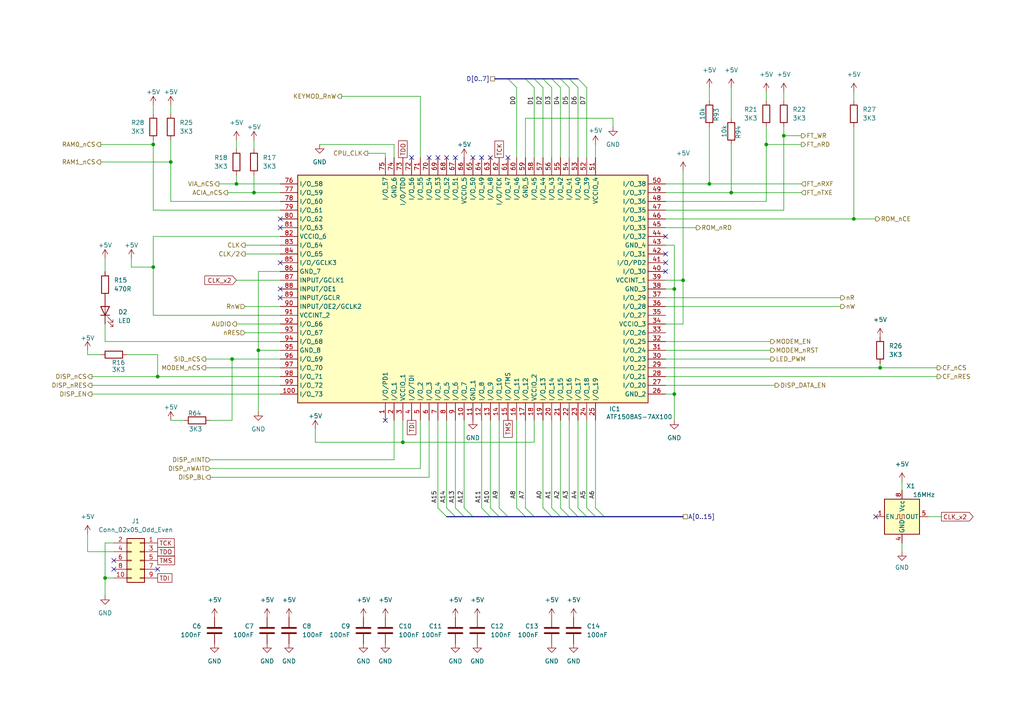
<source format=kicad_sch>
(kicad_sch (version 20250114) (generator "eeschema") (generator_version "9.0")
  (paper "A4")
  (lib_symbols
    (symbol "ATF1508ASL-25AU100:ATF1508ASL-25AU100"
      (property "Reference" "IC" (at 72.39 30.48 0))
      (property "Value" "ATF1508ASL-25AU100" (at 72.39 27.94 0))
      (symbol "ATF1508ASL-25AU100_1_1"
        (rectangle (start 5.08 25.4) (end 71.12 -76.2) (stroke (width 0.254)) (fill (type background)))
        (pin passive line (at 0 0 0) (length 5.08) (name "I/O/PD1") (number "1"))
        (pin passive line (at 0 -2.54 0) (length 5.08) (name "I/O_1") (number "2"))
        (pin passive line (at 0 -5.08 0) (length 5.08) (name "VCCIO_1") (number "3"))
        (pin passive line (at 0 -7.62 0) (length 5.08) (name "I/O/TDI") (number "4"))
        (pin passive line (at 0 -10.16 0) (length 5.08) (name "I/O_2") (number "5"))
        (pin passive line (at 0 -12.7 0) (length 5.08) (name "I/O_3") (number "6"))
        (pin passive line (at 0 -15.24 0) (length 5.08) (name "I/O_4") (number "7"))
        (pin passive line (at 0 -17.78 0) (length 5.08) (name "I/O_5") (number "8"))
        (pin passive line (at 0 -20.32 0) (length 5.08) (name "I/O_6") (number "9"))
        (pin passive line (at 0 -22.86 0) (length 5.08) (name "I/O_7") (number "10"))
        (pin passive line (at 0 -25.4 0) (length 5.08) (name "GND_1") (number "11"))
        (pin passive line (at 0 -27.94 0) (length 5.08) (name "I/O_8") (number "12"))
        (pin passive line (at 0 -30.48 0) (length 5.08) (name "I/O_9") (number "13"))
        (pin passive line (at 0 -33.02 0) (length 5.08) (name "I/O_10") (number "14"))
        (pin passive line (at 0 -35.56 0) (length 5.08) (name "I/O/TMS") (number "15"))
        (pin passive line (at 0 -38.1 0) (length 5.08) (name "I/O_11") (number "16"))
        (pin passive line (at 0 -40.64 0) (length 5.08) (name "I/O_12") (number "17"))
        (pin passive line (at 0 -43.18 0) (length 5.08) (name "VCCIO_2") (number "18"))
        (pin passive line (at 0 -45.72 0) (length 5.08) (name "I/O_13") (number "19"))
        (pin passive line (at 0 -48.26 0) (length 5.08) (name "I/O_14") (number "20"))
        (pin passive line (at 0 -50.8 0) (length 5.08) (name "I/O_15") (number "21"))
        (pin passive line (at 0 -53.34 0) (length 5.08) (name "I/O_16") (number "22"))
        (pin passive line (at 0 -55.88 0) (length 5.08) (name "I/O_17") (number "23"))
        (pin passive line (at 0 -58.42 0) (length 5.08) (name "I/O_18") (number "24"))
        (pin passive line (at 0 -60.96 0) (length 5.08) (name "I/O_19") (number "25"))
        (pin passive line (at 7.62 30.48 270) (length 5.08) (name "I/O_73") (number "100"))
        (pin passive line (at 7.62 -81.28 90) (length 5.08) (name "GND_2") (number "26"))
        (pin passive line (at 10.16 30.48 270) (length 5.08) (name "I/O_72") (number "99"))
        (pin passive line (at 10.16 -81.28 90) (length 5.08) (name "I/O_20") (number "27"))
        (pin passive line (at 12.7 30.48 270) (length 5.08) (name "I/O_71") (number "98"))
        (pin passive line (at 12.7 -81.28 90) (length 5.08) (name "I/O_21") (number "28"))
        (pin passive line (at 15.24 30.48 270) (length 5.08) (name "I/O_70") (number "97"))
        (pin passive line (at 15.24 -81.28 90) (length 5.08) (name "I/O_22") (number "29"))
        (pin passive line (at 17.78 30.48 270) (length 5.08) (name "I/O_69") (number "96"))
        (pin passive line (at 17.78 -81.28 90) (length 5.08) (name "I/O_23") (number "30"))
        (pin passive line (at 20.32 30.48 270) (length 5.08) (name "GND_8") (number "95"))
        (pin passive line (at 20.32 -81.28 90) (length 5.08) (name "I/O_24") (number "31"))
        (pin passive line (at 22.86 30.48 270) (length 5.08) (name "I/O_68") (number "94"))
        (pin passive line (at 22.86 -81.28 90) (length 5.08) (name "I/O_25") (number "32"))
        (pin passive line (at 25.4 30.48 270) (length 5.08) (name "I/O_67") (number "93"))
        (pin passive line (at 25.4 -81.28 90) (length 5.08) (name "I/O_26") (number "33"))
        (pin passive line (at 27.94 30.48 270) (length 5.08) (name "I/O_66") (number "92"))
        (pin passive line (at 27.94 -81.28 90) (length 5.08) (name "VCCIO_3") (number "34"))
        (pin passive line (at 30.48 30.48 270) (length 5.08) (name "VCCINT_2") (number "91"))
        (pin passive line (at 30.48 -81.28 90) (length 5.08) (name "I/O_27") (number "35"))
        (pin passive line (at 33.02 30.48 270) (length 5.08) (name "INPUT/OE2/GCLK2") (number "90"))
        (pin passive line (at 33.02 -81.28 90) (length 5.08) (name "I/O_28") (number "36"))
        (pin passive line (at 35.56 30.48 270) (length 5.08) (name "INPUT/GCLR") (number "89"))
        (pin passive line (at 35.56 -81.28 90) (length 5.08) (name "I/O_29") (number "37"))
        (pin passive line (at 38.1 30.48 270) (length 5.08) (name "INPUT/OE1") (number "88"))
        (pin passive line (at 38.1 -81.28 90) (length 5.08) (name "GND_3") (number "38"))
        (pin passive line (at 40.64 30.48 270) (length 5.08) (name "INPUT/GCLK1") (number "87"))
        (pin passive line (at 40.64 -81.28 90) (length 5.08) (name "VCCINT_1") (number "39"))
        (pin passive line (at 43.18 30.48 270) (length 5.08) (name "GND_7") (number "86"))
        (pin passive line (at 43.18 -81.28 90) (length 5.08) (name "I/O_30") (number "40"))
        (pin passive line (at 45.72 30.48 270) (length 5.08) (name "I/O/GCLK3") (number "85"))
        (pin passive line (at 45.72 -81.28 90) (length 5.08) (name "I/O/PD2") (number "41"))
        (pin passive line (at 48.26 30.48 270) (length 5.08) (name "I/O_65") (number "84"))
        (pin passive line (at 48.26 -81.28 90) (length 5.08) (name "I/O_31") (number "42"))
        (pin passive line (at 50.8 30.48 270) (length 5.08) (name "I/O_64") (number "83"))
        (pin passive line (at 50.8 -81.28 90) (length 5.08) (name "GND_4") (number "43"))
        (pin passive line (at 53.34 30.48 270) (length 5.08) (name "VCCIO_6") (number "82"))
        (pin passive line (at 53.34 -81.28 90) (length 5.08) (name "I/O_32") (number "44"))
        (pin passive line (at 55.88 30.48 270) (length 5.08) (name "I/O_63") (number "81"))
        (pin passive line (at 55.88 -81.28 90) (length 5.08) (name "I/O_33") (number "45"))
        (pin passive line (at 58.42 30.48 270) (length 5.08) (name "I/O_62") (number "80"))
        (pin passive line (at 58.42 -81.28 90) (length 5.08) (name "I/O_34") (number "46"))
        (pin passive line (at 60.96 30.48 270) (length 5.08) (name "I/O_61") (number "79"))
        (pin passive line (at 60.96 -81.28 90) (length 5.08) (name "I/O_35") (number "47"))
        (pin passive line (at 63.5 30.48 270) (length 5.08) (name "I/O_60") (number "78"))
        (pin passive line (at 63.5 -81.28 90) (length 5.08) (name "I/O_36") (number "48"))
        (pin passive line (at 66.04 30.48 270) (length 5.08) (name "I/O_59") (number "77"))
        (pin passive line (at 66.04 -81.28 90) (length 5.08) (name "I/O_37") (number "49"))
        (pin passive line (at 68.58 30.48 270) (length 5.08) (name "I/O_58") (number "76"))
        (pin passive line (at 68.58 -81.28 90) (length 5.08) (name "I/O_38") (number "50"))
        (pin passive line (at 76.2 0 180) (length 5.08) (name "I/O_57") (number "75"))
        (pin passive line (at 76.2 -2.54 180) (length 5.08) (name "GND_6") (number "74"))
        (pin passive line (at 76.2 -5.08 180) (length 5.08) (name "I/O/TDO") (number "73"))
        (pin passive line (at 76.2 -7.62 180) (length 5.08) (name "I/O_56") (number "72"))
        (pin passive line (at 76.2 -10.16 180) (length 5.08) (name "I/O_55") (number "71"))
        (pin passive line (at 76.2 -12.7 180) (length 5.08) (name "I/O_54") (number "70"))
        (pin passive line (at 76.2 -15.24 180) (length 5.08) (name "I/O_53") (number "69"))
        (pin passive line (at 76.2 -17.78 180) (length 5.08) (name "I/O_52") (number "68"))
        (pin passive line (at 76.2 -20.32 180) (length 5.08) (name "I/O_51") (number "67"))
        (pin passive line (at 76.2 -22.86 180) (length 5.08) (name "VCCIO_5") (number "66"))
        (pin passive line (at 76.2 -25.4 180) (length 5.08) (name "I/O_50") (number "65"))
        (pin passive line (at 76.2 -27.94 180) (length 5.08) (name "I/O_49") (number "64"))
        (pin passive line (at 76.2 -30.48 180) (length 5.08) (name "I/O_48") (number "63"))
        (pin passive line (at 76.2 -33.02 180) (length 5.08) (name "I/O/TCK") (number "62"))
        (pin passive line (at 76.2 -35.56 180) (length 5.08) (name "I/O_47") (number "61"))
        (pin passive line (at 76.2 -38.1 180) (length 5.08) (name "I/O_46") (number "60"))
        (pin passive line (at 76.2 -40.64 180) (length 5.08) (name "GND_5") (number "59"))
        (pin passive line (at 76.2 -43.18 180) (length 5.08) (name "I/O_45") (number "58"))
        (pin passive line (at 76.2 -45.72 180) (length 5.08) (name "I/O_44") (number "57"))
        (pin passive line (at 76.2 -48.26 180) (length 5.08) (name "I/O_43") (number "56"))
        (pin passive line (at 76.2 -50.8 180) (length 5.08) (name "I/O_42") (number "55"))
        (pin passive line (at 76.2 -53.34 180) (length 5.08) (name "I/O_41") (number "54"))
        (pin passive line (at 76.2 -55.88 180) (length 5.08) (name "I/O_40") (number "53"))
        (pin passive line (at 76.2 -58.42 180) (length 5.08) (name "I/O_39") (number "52"))
        (pin passive line (at 76.2 -60.96 180) (length 5.08) (name "VCCIO_4") (number "51"))
      )
    )
    (symbol "Connector_Generic:Conn_02x05_Odd_Even" (pin_names (offset 1.016) (hide yes))
      (property "Reference" "J" (at 1.27 7.62 0))
      (property "Value" "Conn_02x05_Odd_Even" (at 1.27 -7.62 0))
      (symbol "Conn_02x05_Odd_Even_1_1"
        (rectangle (start -1.27 6.35) (end 3.81 -6.35) (stroke (width 0.254)) (fill (type background)))
        (rectangle (start -1.27 5.207) (end 0 4.953) (stroke (width 0.1524)))
        (rectangle (start -1.27 2.667) (end 0 2.413) (stroke (width 0.1524)))
        (rectangle (start -1.27 0.127) (end 0 -0.127) (stroke (width 0.1524)))
        (rectangle (start -1.27 -2.413) (end 0 -2.667) (stroke (width 0.1524)))
        (rectangle (start -1.27 -4.953) (end 0 -5.207) (stroke (width 0.1524)))
        (rectangle (start 3.81 5.207) (end 2.54 4.953) (stroke (width 0.1524)))
        (rectangle (start 3.81 2.667) (end 2.54 2.413) (stroke (width 0.1524)))
        (rectangle (start 3.81 0.127) (end 2.54 -0.127) (stroke (width 0.1524)))
        (rectangle (start 3.81 -2.413) (end 2.54 -2.667) (stroke (width 0.1524)))
        (rectangle (start 3.81 -4.953) (end 2.54 -5.207) (stroke (width 0.1524)))
        (pin passive line (at -5.08 5.08 0) (length 3.81) (name "Pin_1") (number "1"))
        (pin passive line (at -5.08 2.54 0) (length 3.81) (name "Pin_3") (number "3"))
        (pin passive line (at -5.08 0 0) (length 3.81) (name "Pin_5") (number "5"))
        (pin passive line (at -5.08 -2.54 0) (length 3.81) (name "Pin_7") (number "7"))
        (pin passive line (at -5.08 -5.08 0) (length 3.81) (name "Pin_9") (number "9"))
        (pin passive line (at 7.62 5.08 180) (length 3.81) (name "Pin_2") (number "2"))
        (pin passive line (at 7.62 2.54 180) (length 3.81) (name "Pin_4") (number "4"))
        (pin passive line (at 7.62 0 180) (length 3.81) (name "Pin_6") (number "6"))
        (pin passive line (at 7.62 -2.54 180) (length 3.81) (name "Pin_8") (number "8"))
        (pin passive line (at 7.62 -5.08 180) (length 3.81) (name "Pin_10") (number "10"))
      )
    )
    (symbol "Device:C" (pin_numbers (hide yes)) (pin_names (offset 0.254))
      (property "Reference" "C" (at 0.635 2.54 0))
      (property "Value" "C" (at 0.635 -2.54 0))
      (symbol "C_0_1"
        (polyline (pts (xy -2.032 0.762) (xy 2.032 0.762)) (stroke (width 0.508)))
        (polyline (pts (xy -2.032 -0.762) (xy 2.032 -0.762)) (stroke (width 0.508)))
      )
      (symbol "C_1_1"
        (pin passive line (at 0 3.81 270) (length 2.794) (name "~") (number "1"))
        (pin passive line (at 0 -3.81 90) (length 2.794) (name "~") (number "2"))
      )
    )
    (symbol "Device:LED" (pin_numbers (hide yes)) (pin_names (offset 1.016) (hide yes))
      (property "Reference" "D" (at 0 2.54 0))
      (property "Value" "LED" (at 0 -2.54 0))
      (symbol "LED_0_1"
        (polyline (pts (xy -3.048 -0.762) (xy -4.572 -2.286) (xy -3.81 -2.286) (xy -4.572 -2.286) (xy -4.572 -1.524)))
        (polyline (pts (xy -1.778 -0.762) (xy -3.302 -2.286) (xy -2.54 -2.286) (xy -3.302 -2.286) (xy -3.302 -1.524)))
        (polyline (pts (xy -1.27 0) (xy 1.27 0)))
        (polyline (pts (xy -1.27 -1.27) (xy -1.27 1.27)) (stroke (width 0.254)))
        (polyline (pts (xy 1.27 -1.27) (xy 1.27 1.27) (xy -1.27 0) (xy 1.27 -1.27)) (stroke (width 0.254)))
      )
      (symbol "LED_1_1"
        (pin passive line (at -3.81 0 0) (length 2.54) (name "K") (number "1"))
        (pin passive line (at 3.81 0 180) (length 2.54) (name "A") (number "2"))
      )
    )
    (symbol "Device:R" (pin_numbers (hide yes)) (pin_names (offset 0))
      (property "Reference" "R" (at 2.032 0 90))
      (property "Value" "R" (at 0 0 90))
      (symbol "R_0_1"
        (rectangle (start -1.016 -2.54) (end 1.016 2.54) (stroke (width 0.254)))
      )
      (symbol "R_1_1"
        (pin passive line (at 0 3.81 270) (length 1.27) (name "~") (number "1"))
        (pin passive line (at 0 -3.81 90) (length 1.27) (name "~") (number "2"))
      )
    )
    (symbol "Oscillator:CXO_DIP8" (pin_names (offset 0.254))
      (property "Reference" "X" (at -5.08 6.35 0))
      (property "Value" "CXO_DIP8" (at 1.27 -6.35 0))
      (symbol "CXO_DIP8_0_1"
        (rectangle (start -5.08 5.08) (end 5.08 -5.08) (stroke (width 0.254)) (fill (type background)))
        (polyline (pts (xy -1.905 -0.635) (xy -1.27 -0.635) (xy -1.27 0.635) (xy -0.635 0.635) (xy -0.635 -0.635) (xy 0 -0.635) (xy 0 0.635) (xy 0.635 0.635) (xy 0.635 -0.635)))
      )
      (symbol "CXO_DIP8_1_1"
        (pin input line (at -7.62 0 0) (length 2.54) (name "EN") (number "1"))
        (pin power_in line (at 0 7.62 270) (length 2.54) (name "Vcc") (number "8"))
        (pin power_in line (at 0 -7.62 90) (length 2.54) (name "GND") (number "4"))
        (pin output line (at 7.62 0 180) (length 2.54) (name "OUT") (number "5"))
      )
    )
    (symbol "power:+5V" (power) (pin_names (offset 0))
      (property "Value" "+5V" (at 0 3.556 0))
      (symbol "+5V_0_1"
        (polyline (pts (xy -0.762 1.27) (xy 0 2.54)))
        (polyline (pts (xy 0 2.54) (xy 0.762 1.27)))
        (polyline (pts (xy 0 0) (xy 0 2.54)))
      )
      (symbol "+5V_1_1"
        (pin power_in line (at 0 0 90) (length 0) (hide yes) (name "+5V") (number "1"))
      )
    )
    (symbol "power:GND" (power) (pin_names (offset 0))
      (property "Value" "GND" (at 0 -3.81 0))
      (symbol "GND_0_1"
        (polyline (pts (xy 0 0) (xy 0 -1.27) (xy 1.27 -1.27) (xy 0 -2.54) (xy -1.27 -1.27) (xy 0 -1.27)))
      )
      (symbol "GND_1_1"
        (pin power_in line (at 0 0 270) (length 0) (hide yes) (name "GND") (number "1"))
      )
    )
  )
  (junction (at 247.65 63.5))
  (junction (at 44.45 41.91))
  (junction (at 195.58 114.3))
  (junction (at 30.48 167.64))
  (junction (at 68.58 53.34))
  (junction (at 227.33 39.37))
  (junction (at 222.25 41.91))
  (junction (at 49.53 46.99))
  (junction (at 45.72 109.22))
  (junction (at 212.09 55.88))
  (junction (at 205.74 53.34))
  (junction (at 74.93 101.6))
  (junction (at 116.84 128.27))
  (junction (at 67.31 104.14))
  (junction (at 255.27 106.68))
  (junction (at 44.45 77.47))
  (junction (at 198.12 81.28))
  (junction (at 195.58 83.82))
  (junction (at 73.66 55.88))
  (no_connect (at 81.28 83.82))
  (no_connect (at 142.24 45.72))
  (no_connect (at 137.16 45.72))
  (no_connect (at 139.7 45.72))
  (no_connect (at 33.02 162.56))
  (no_connect (at 45.72 165.1))
  (no_connect (at 119.38 45.72))
  (no_connect (at 193.04 76.2))
  (no_connect (at 132.08 45.72))
  (no_connect (at 81.28 86.36))
  (no_connect (at 111.76 121.92))
  (no_connect (at 147.32 45.72))
  (no_connect (at 254 149.86))
  (no_connect (at 81.28 66.04))
  (no_connect (at 193.04 78.74))
  (no_connect (at 193.04 68.58))
  (no_connect (at 124.46 45.72))
  (no_connect (at 81.28 63.5))
  (no_connect (at 129.54 45.72))
  (no_connect (at 33.02 165.1))
  (no_connect (at 193.04 73.66))
  (no_connect (at 81.28 76.2))
  (no_connect (at 127 45.72))
  (bus_entry (at 127 147.32) (size 2.54 2.54))
  (bus_entry (at 157.48 147.32) (size 2.54 2.54))
  (bus_entry (at 165.1 25.4) (size -2.54 -2.54))
  (bus_entry (at 154.94 25.4) (size -2.54 -2.54))
  (bus_entry (at 167.64 147.32) (size 2.54 2.54))
  (bus_entry (at 172.72 147.32) (size 2.54 2.54))
  (bus_entry (at 157.48 25.4) (size -2.54 -2.54))
  (bus_entry (at 160.02 147.32) (size 2.54 2.54))
  (bus_entry (at 170.18 147.32) (size 2.54 2.54))
  (bus_entry (at 144.78 147.32) (size 2.54 2.54))
  (bus_entry (at 162.56 147.32) (size 2.54 2.54))
  (bus_entry (at 142.24 147.32) (size 2.54 2.54))
  (bus_entry (at 165.1 147.32) (size 2.54 2.54))
  (bus_entry (at 160.02 25.4) (size -2.54 -2.54))
  (bus_entry (at 149.86 147.32) (size 2.54 2.54))
  (bus_entry (at 167.64 25.4) (size -2.54 -2.54))
  (bus_entry (at 149.86 25.4) (size -2.54 -2.54))
  (bus_entry (at 129.54 147.32) (size 2.54 2.54))
  (bus_entry (at 152.4 147.32) (size 2.54 2.54))
  (bus_entry (at 170.18 25.4) (size -2.54 -2.54))
  (bus_entry (at 139.7 147.32) (size 2.54 2.54))
  (bus_entry (at 134.62 147.32) (size 2.54 2.54))
  (bus_entry (at 162.56 25.4) (size -2.54 -2.54))
  (bus_entry (at 132.08 147.32) (size 2.54 2.54))
  (wire (pts (xy 154.94 121.92) (xy 154.94 128.27)))
  (wire (pts (xy 193.04 101.6) (xy 223.52 101.6)))
  (wire (pts (xy 71.12 71.12) (xy 81.28 71.12)))
  (wire (pts (xy 30.48 167.64) (xy 30.48 157.48)))
  (wire (pts (xy 212.09 25.4) (xy 212.09 34.29)))
  (wire (pts (xy 170.18 25.4) (xy 170.18 45.72)))
  (wire (pts (xy 26.67 111.76) (xy 81.28 111.76)))
  (wire (pts (xy 30.48 157.48) (xy 33.02 157.48)))
  (wire (pts (xy 73.66 40.64) (xy 73.66 43.18)))
  (wire (pts (xy 198.12 81.28) (xy 193.04 81.28)))
  (wire (pts (xy 193.04 63.5) (xy 247.65 63.5)))
  (wire (pts (xy 227.33 39.37) (xy 232.41 39.37)))
  (wire (pts (xy 45.72 102.87) (xy 36.83 102.87)))
  (bus (pts (xy 162.56 22.86) (xy 165.1 22.86)))
  (wire (pts (xy 116.84 121.92) (xy 116.84 128.27)))
  (wire (pts (xy 63.5 53.34) (xy 68.58 53.34)))
  (wire (pts (xy 193.04 109.22) (xy 271.78 109.22)))
  (wire (pts (xy 81.28 78.74) (xy 74.93 78.74)))
  (wire (pts (xy 44.45 40.64) (xy 44.45 41.91)))
  (wire (pts (xy 157.48 147.32) (xy 157.48 121.92)))
  (wire (pts (xy 195.58 83.82) (xy 195.58 71.12)))
  (wire (pts (xy 67.31 121.92) (xy 67.31 104.14)))
  (wire (pts (xy 162.56 147.32) (xy 162.56 121.92)))
  (wire (pts (xy 121.92 121.92) (xy 121.92 135.89)))
  (wire (pts (xy 172.72 121.92) (xy 172.72 147.32)))
  (wire (pts (xy 30.48 172.72) (xy 30.48 167.64)))
  (wire (pts (xy 68.58 81.28) (xy 81.28 81.28)))
  (wire (pts (xy 193.04 106.68) (xy 255.27 106.68)))
  (wire (pts (xy 68.58 53.34) (xy 81.28 53.34)))
  (wire (pts (xy 195.58 71.12) (xy 193.04 71.12)))
  (wire (pts (xy 92.71 41.91) (xy 114.3 41.91)))
  (wire (pts (xy 73.66 50.8) (xy 73.66 55.88)))
  (wire (pts (xy 222.25 26.67) (xy 222.25 29.21)))
  (wire (pts (xy 81.28 91.44) (xy 44.45 91.44)))
  (wire (pts (xy 154.94 25.4) (xy 154.94 45.72)))
  (wire (pts (xy 193.04 83.82) (xy 195.58 83.82)))
  (wire (pts (xy 129.54 121.92) (xy 129.54 147.32)))
  (wire (pts (xy 205.74 36.83) (xy 205.74 53.34)))
  (wire (pts (xy 49.53 46.99) (xy 29.21 46.99)))
  (wire (pts (xy 60.96 133.35) (xy 114.3 133.35)))
  (wire (pts (xy 26.67 114.3) (xy 81.28 114.3)))
  (wire (pts (xy 152.4 45.72) (xy 152.4 34.29)))
  (wire (pts (xy 227.33 26.67) (xy 227.33 29.21)))
  (wire (pts (xy 193.04 93.98) (xy 198.12 93.98)))
  (wire (pts (xy 30.48 99.06) (xy 30.48 93.98)))
  (wire (pts (xy 205.74 53.34) (xy 232.41 53.34)))
  (wire (pts (xy 49.53 30.48) (xy 49.53 33.02)))
  (wire (pts (xy 172.72 41.91) (xy 172.72 45.72)))
  (wire (pts (xy 66.04 55.88) (xy 73.66 55.88)))
  (wire (pts (xy 167.64 25.4) (xy 167.64 45.72)))
  (wire (pts (xy 114.3 121.92) (xy 114.3 133.35)))
  (wire (pts (xy 198.12 49.53) (xy 198.12 81.28)))
  (bus (pts (xy 198.12 149.86) (xy 175.26 149.86)))
  (bus (pts (xy 170.18 149.86) (xy 172.72 149.86)))
  (wire (pts (xy 60.96 121.92) (xy 67.31 121.92)))
  (wire (pts (xy 243.84 88.9) (xy 193.04 88.9)))
  (wire (pts (xy 134.62 121.92) (xy 134.62 147.32)))
  (wire (pts (xy 193.04 99.06) (xy 223.52 99.06)))
  (wire (pts (xy 165.1 147.32) (xy 165.1 121.92)))
  (wire (pts (xy 254 63.5) (xy 247.65 63.5)))
  (wire (pts (xy 74.93 119.38) (xy 74.93 101.6)))
  (wire (pts (xy 149.86 25.4) (xy 149.86 45.72)))
  (bus (pts (xy 147.32 22.86) (xy 152.4 22.86)))
  (wire (pts (xy 99.06 27.94) (xy 121.92 27.94)))
  (wire (pts (xy 269.24 149.86) (xy 273.05 149.86)))
  (wire (pts (xy 222.25 41.91) (xy 232.41 41.91)))
  (wire (pts (xy 68.58 93.98) (xy 81.28 93.98)))
  (wire (pts (xy 193.04 53.34) (xy 205.74 53.34)))
  (wire (pts (xy 193.04 60.96) (xy 227.33 60.96)))
  (wire (pts (xy 195.58 114.3) (xy 195.58 121.92)))
  (wire (pts (xy 44.45 30.48) (xy 44.45 33.02)))
  (wire (pts (xy 247.65 36.83) (xy 247.65 63.5)))
  (wire (pts (xy 91.44 128.27) (xy 116.84 128.27)))
  (wire (pts (xy 162.56 25.4) (xy 162.56 45.72)))
  (wire (pts (xy 49.53 40.64) (xy 49.53 46.99)))
  (wire (pts (xy 195.58 83.82) (xy 195.58 114.3)))
  (wire (pts (xy 33.02 160.02) (xy 25.4 160.02)))
  (wire (pts (xy 25.4 160.02) (xy 25.4 154.94)))
  (wire (pts (xy 212.09 55.88) (xy 232.41 55.88)))
  (wire (pts (xy 271.78 106.68) (xy 255.27 106.68)))
  (wire (pts (xy 116.84 128.27) (xy 154.94 128.27)))
  (bus (pts (xy 154.94 22.86) (xy 157.48 22.86)))
  (wire (pts (xy 124.46 121.92) (xy 124.46 138.43)))
  (wire (pts (xy 29.21 102.87) (xy 25.4 102.87)))
  (wire (pts (xy 121.92 45.72) (xy 121.92 27.94)))
  (wire (pts (xy 142.24 121.92) (xy 142.24 147.32)))
  (wire (pts (xy 81.28 58.42) (xy 49.53 58.42)))
  (bus (pts (xy 172.72 149.86) (xy 175.26 149.86)))
  (wire (pts (xy 49.53 121.92) (xy 53.34 121.92)))
  (wire (pts (xy 106.68 44.45) (xy 111.76 44.45)))
  (bus (pts (xy 137.16 149.86) (xy 142.24 149.86)))
  (wire (pts (xy 60.96 135.89) (xy 121.92 135.89)))
  (wire (pts (xy 127 121.92) (xy 127 147.32)))
  (wire (pts (xy 45.72 109.22) (xy 81.28 109.22)))
  (wire (pts (xy 44.45 60.96) (xy 44.45 41.91)))
  (wire (pts (xy 177.8 34.29) (xy 177.8 36.83)))
  (wire (pts (xy 71.12 88.9) (xy 81.28 88.9)))
  (wire (pts (xy 38.1 74.93) (xy 38.1 77.47)))
  (wire (pts (xy 111.76 44.45) (xy 111.76 45.72)))
  (bus (pts (xy 167.64 149.86) (xy 170.18 149.86)))
  (wire (pts (xy 144.78 121.92) (xy 144.78 147.32)))
  (wire (pts (xy 68.58 50.8) (xy 68.58 53.34)))
  (wire (pts (xy 49.53 58.42) (xy 49.53 46.99)))
  (wire (pts (xy 26.67 109.22) (xy 45.72 109.22)))
  (wire (pts (xy 152.4 121.92) (xy 152.4 147.32)))
  (bus (pts (xy 147.32 149.86) (xy 152.4 149.86)))
  (wire (pts (xy 33.02 167.64) (xy 30.48 167.64)))
  (wire (pts (xy 71.12 73.66) (xy 81.28 73.66)))
  (wire (pts (xy 81.28 68.58) (xy 44.45 68.58)))
  (wire (pts (xy 193.04 104.14) (xy 223.52 104.14)))
  (bus (pts (xy 157.48 22.86) (xy 160.02 22.86)))
  (wire (pts (xy 74.93 101.6) (xy 81.28 101.6)))
  (wire (pts (xy 261.62 139.7) (xy 261.62 142.24)))
  (wire (pts (xy 193.04 111.76) (xy 224.79 111.76)))
  (wire (pts (xy 25.4 102.87) (xy 25.4 101.6)))
  (bus (pts (xy 160.02 22.86) (xy 162.56 22.86)))
  (bus (pts (xy 134.62 149.86) (xy 137.16 149.86)))
  (wire (pts (xy 165.1 25.4) (xy 165.1 45.72)))
  (wire (pts (xy 81.28 106.68) (xy 59.69 106.68)))
  (bus (pts (xy 165.1 149.86) (xy 167.64 149.86)))
  (bus (pts (xy 144.78 149.86) (xy 147.32 149.86)))
  (wire (pts (xy 167.64 147.32) (xy 167.64 121.92)))
  (bus (pts (xy 143.51 22.86) (xy 147.32 22.86)))
  (wire (pts (xy 132.08 121.92) (xy 132.08 147.32)))
  (wire (pts (xy 71.12 96.52) (xy 81.28 96.52)))
  (wire (pts (xy 243.84 86.36) (xy 193.04 86.36)))
  (wire (pts (xy 59.69 104.14) (xy 67.31 104.14)))
  (wire (pts (xy 160.02 25.4) (xy 160.02 45.72)))
  (bus (pts (xy 152.4 22.86) (xy 154.94 22.86)))
  (wire (pts (xy 222.25 58.42) (xy 222.25 41.91)))
  (wire (pts (xy 29.21 41.91) (xy 44.45 41.91)))
  (wire (pts (xy 73.66 55.88) (xy 81.28 55.88)))
  (wire (pts (xy 44.45 77.47) (xy 44.45 68.58)))
  (wire (pts (xy 227.33 36.83) (xy 227.33 39.37)))
  (wire (pts (xy 60.96 138.43) (xy 124.46 138.43)))
  (wire (pts (xy 222.25 36.83) (xy 222.25 41.91)))
  (wire (pts (xy 68.58 40.64) (xy 68.58 43.18)))
  (bus (pts (xy 165.1 22.86) (xy 167.64 22.86)))
  (wire (pts (xy 91.44 124.46) (xy 91.44 128.27)))
  (wire (pts (xy 198.12 93.98) (xy 198.12 81.28)))
  (wire (pts (xy 44.45 91.44) (xy 44.45 77.47)))
  (wire (pts (xy 193.04 58.42) (xy 222.25 58.42)))
  (wire (pts (xy 38.1 77.47) (xy 44.45 77.47)))
  (wire (pts (xy 170.18 147.32) (xy 170.18 121.92)))
  (wire (pts (xy 201.93 66.04) (xy 193.04 66.04)))
  (wire (pts (xy 152.4 34.29) (xy 177.8 34.29)))
  (wire (pts (xy 261.62 157.48) (xy 261.62 160.02)))
  (wire (pts (xy 205.74 25.4) (xy 205.74 29.21)))
  (wire (pts (xy 157.48 25.4) (xy 157.48 45.72)))
  (bus (pts (xy 152.4 149.86) (xy 154.94 149.86)))
  (wire (pts (xy 149.86 121.92) (xy 149.86 147.32)))
  (wire (pts (xy 212.09 41.91) (xy 212.09 55.88)))
  (bus (pts (xy 132.08 149.86) (xy 134.62 149.86)))
  (bus (pts (xy 142.24 149.86) (xy 144.78 149.86)))
  (wire (pts (xy 193.04 114.3) (xy 195.58 114.3)))
  (wire (pts (xy 74.93 78.74) (xy 74.93 101.6)))
  (wire (pts (xy 45.72 102.87) (xy 45.72 109.22)))
  (bus (pts (xy 154.94 149.86) (xy 160.02 149.86)))
  (wire (pts (xy 139.7 121.92) (xy 139.7 147.32)))
  (bus (pts (xy 162.56 149.86) (xy 165.1 149.86)))
  (wire (pts (xy 81.28 60.96) (xy 44.45 60.96)))
  (bus (pts (xy 160.02 149.86) (xy 162.56 149.86)))
  (wire (pts (xy 30.48 99.06) (xy 81.28 99.06)))
  (wire (pts (xy 30.48 74.93) (xy 30.48 78.74)))
  (wire (pts (xy 160.02 147.32) (xy 160.02 121.92)))
  (wire (pts (xy 193.04 55.88) (xy 212.09 55.88)))
  (wire (pts (xy 255.27 105.41) (xy 255.27 106.68)))
  (wire (pts (xy 227.33 60.96) (xy 227.33 39.37)))
  (wire (pts (xy 247.65 26.67) (xy 247.65 29.21)))
  (bus (pts (xy 129.54 149.86) (xy 132.08 149.86)))
  (wire (pts (xy 114.3 41.91) (xy 114.3 45.72)))
  (wire (pts (xy 67.31 104.14) (xy 81.28 104.14)))
  (label "A5" (at 170.18 142.24 270))
  (label "A7" (at 152.4 142.24 270))
  (label "A1" (at 160.02 142.24 270))
  (label "D3" (at 160.02 30.48 90))
  (label "D0" (at 149.86 30.48 90))
  (label "A8" (at 149.86 142.24 270))
  (label "A4" (at 167.64 142.24 270))
  (label "A14" (at 129.54 142.24 270))
  (label "D7" (at 170.18 30.48 90))
  (label "A2" (at 162.56 142.24 270))
  (label "A10" (at 142.24 142.24 270))
  (label "D2" (at 157.48 30.48 90))
  (label "D1" (at 154.94 30.48 90))
  (label "A11" (at 139.7 142.24 270))
  (label "A12" (at 134.62 142.24 270))
  (label "A6" (at 172.72 142.24 270))
  (label "A0" (at 157.48 142.24 270))
  (label "A9" (at 144.78 142.24 270))
  (label "A3" (at 165.1 142.24 270))
  (label "D5" (at 165.1 30.48 90))
  (label "A13" (at 132.08 142.24 270))
  (label "A15" (at 127 142.24 270))
  (label "D4" (at 162.56 30.48 90))
  (label "D6" (at 167.64 30.48 90))
  (global_label "TCK" (shape passive) (at 144.78 45.72 90) (property "Intersheetrefs" "${INTERSHEET_REFS}" (effects (hide yes))))
  (global_label "TDI" (shape passive) (at 45.72 167.64 0) (property "Intersheetrefs" "${INTERSHEET_REFS}" (effects (hide yes))))
  (global_label "TDO" (shape passive) (at 116.84 45.72 90) (property "Intersheetrefs" "${INTERSHEET_REFS}" (effects (hide yes))))
  (global_label "TDI" (shape passive) (at 119.38 121.92 270) (property "Intersheetrefs" "${INTERSHEET_REFS}" (effects (hide yes))))
  (global_label "TMS" (shape passive) (at 45.72 162.56 0) (property "Intersheetrefs" "${INTERSHEET_REFS}" (effects (hide yes))))
  (global_label "CLK_x2" (shape input) (at 68.58 81.28 180) (property "Intersheetrefs" "${INTERSHEET_REFS}" (effects (hide yes))))
  (global_label "TCK" (shape passive) (at 45.72 157.48 0) (property "Intersheetrefs" "${INTERSHEET_REFS}" (effects (hide yes))))
  (global_label "CLK_x2" (shape output) (at 273.05 149.86 0) (property "Intersheetrefs" "${INTERSHEET_REFS}" (effects (hide yes))))
  (global_label "TMS" (shape passive) (at 147.32 121.92 270) (property "Intersheetrefs" "${INTERSHEET_REFS}" (effects (hide yes))))
  (global_label "TDO" (shape passive) (at 45.72 160.02 0) (property "Intersheetrefs" "${INTERSHEET_REFS}" (effects (hide yes))))
  (hierarchical_label "ROM_nCE" (shape output) (at 254 63.5 0))
  (hierarchical_label "DISP_nINT" (shape input) (at 60.96 133.35 180))
  (hierarchical_label "MODEM_nRST" (shape output) (at 223.52 101.6 0))
  (hierarchical_label "VIA_nCS" (shape output) (at 63.5 53.34 180))
  (hierarchical_label "DISP_BL" (shape output) (at 60.96 138.43 180))
  (hierarchical_label "DISP_DATA_EN" (shape output) (at 224.79 111.76 0))
  (hierarchical_label "ROM_nRD" (shape output) (at 201.93 66.04 0))
  (hierarchical_label "nW" (shape output) (at 243.84 88.9 0))
  (hierarchical_label "DISP_nCS" (shape output) (at 26.67 109.22 180))
  (hierarchical_label "D[0..7]" (shape passive) (at 143.51 22.86 180))
  (hierarchical_label "CLK" (shape output) (at 71.12 71.12 180))
  (hierarchical_label "AUDIO" (shape output) (at 68.58 93.98 180))
  (hierarchical_label "RnW" (shape input) (at 71.12 88.9 180))
  (hierarchical_label "SID_nCS" (shape output) (at 59.69 104.14 180))
  (hierarchical_label "FT_WR" (shape output) (at 232.41 39.37 0))
  (hierarchical_label "DISP_nRES" (shape output) (at 26.67 111.76 180))
  (hierarchical_label "nRES" (shape input) (at 71.12 96.52 180))
  (hierarchical_label "MODEM_nCS" (shape output) (at 59.69 106.68 180))
  (hierarchical_label "A[0..15]" (shape passive) (at 198.12 149.86 0))
  (hierarchical_label "ACIA_nCS" (shape output) (at 66.04 55.88 180))
  (hierarchical_label "CPU_CLK" (shape output) (at 106.68 44.45 180))
  (hierarchical_label "FT_nRD" (shape output) (at 232.41 41.91 0))
  (hierarchical_label "KEYMOD_RnW" (shape output) (at 99.06 27.94 180))
  (hierarchical_label "RAM1_nCS" (shape output) (at 29.21 46.99 180))
  (hierarchical_label "DISP_EN" (shape output) (at 26.67 114.3 180))
  (hierarchical_label "DISP_nWAIT" (shape input) (at 60.96 135.89 180))
  (hierarchical_label "LED_PWM" (shape output) (at 223.52 104.14 0))
  (hierarchical_label "MODEM_EN" (shape output) (at 223.52 99.06 0))
  (hierarchical_label "FT_nRXF" (shape input) (at 232.41 53.34 0))
  (hierarchical_label "CLK{slash}2" (shape output) (at 71.12 73.66 180))
  (hierarchical_label "RAM0_nCS" (shape output) (at 29.21 41.91 180))
  (hierarchical_label "CF_nCS" (shape output) (at 271.78 106.68 0))
  (hierarchical_label "FT_nTXE" (shape input) (at 232.41 55.88 0))
  (hierarchical_label "CF_nRES" (shape output) (at 271.78 109.22 0))
  (hierarchical_label "nR" (shape output) (at 243.84 86.36 0))
  (symbol (lib_id "Device:C") (at 138.43 182.88 0) (unit 1)
    (property "Reference" "C12" (at 142.24 181.6099 0) (effects (justify left)))
    (property "Value" "100nF" (at 142.24 184.1499 0) (effects (justify left)))
    (property "Footprint" "Capacitor_SMD:C_0402_1005Metric" (effects (hide yes)))
    (property "Description" "Unpolarized capacitor" (effects (hide yes)))
    (property "LCSC" "C113803" (effects (hide yes)))
  )
  (symbol (lib_id "power:GND") (at 195.58 121.92 0) (mirror y) (unit 1)
    (property "Reference" "#PWR078" (effects (hide yes)))
    (property "Value" "GND" (at 195.58 127 0))
    (property "Description" "Power symbol creates a global label with name \"GND\" , ground" (effects (hide yes)))
  )
  (symbol (lib_id "Device:R") (at 49.53 36.83 0) (unit 1)
    (property "Reference" "R25" (at 52.07 35.5599 0) (effects (justify left)))
    (property "Value" "3K3" (at 52.07 38.0999 0) (effects (justify left)))
    (property "Footprint" "Resistor_SMD:R_0402_1005Metric" (effects (hide yes)))
    (property "LCSC" "C25890" (effects (hide yes)))
  )
  (symbol (lib_id "power:+5V") (at 198.12 49.53 0) (mirror y) (unit 1)
    (property "Reference" "#PWR079" (effects (hide yes)))
    (property "Value" "+5V" (at 198.12 44.45 0))
  )
  (symbol (lib_id "power:+5V") (at 73.66 40.64 0) (mirror y) (unit 1)
    (property "Reference" "#PWR065" (effects (hide yes)))
    (property "Value" "+5V" (at 73.66 36.83 0))
  )
  (symbol (lib_id "power:+5V") (at 247.65 26.67 0) (unit 1)
    (property "Reference" "#PWR086" (effects (hide yes)))
    (property "Value" "+5V" (at 247.65 21.59 0))
  )
  (symbol (lib_id "power:+5V") (at 134.62 45.72 0) (mirror y) (unit 1)
    (property "Reference" "#PWR061" (effects (hide yes)))
    (property "Value" "+5V" (at 134.62 41.91 0))
  )
  (symbol (lib_id "power:+5V") (at 68.58 40.64 0) (mirror y) (unit 1)
    (property "Reference" "#PWR066" (effects (hide yes)))
    (property "Value" "+5V" (at 68.58 35.56 0))
  )
  (symbol (lib_id "power:GND") (at 74.93 119.38 0) (mirror y) (unit 1)
    (property "Reference" "#PWR049" (effects (hide yes)))
    (property "Value" "GND" (at 74.93 124.46 0))
    (property "Description" "Power symbol creates a global label with name \"GND\" , ground" (effects (hide yes)))
  )
  (symbol (lib_id "Device:R") (at 57.15 121.92 90) (unit 1)
    (property "Reference" "R64" (at 58.42 119.888 90) (effects (justify left)))
    (property "Value" "3K3" (at 58.674 124.46 90) (effects (justify left)))
    (property "Footprint" "Resistor_SMD:R_0402_1005Metric" (effects (hide yes)))
    (property "LCSC" "C25890" (effects (hide yes)))
  )
  (symbol (lib_id "power:+5V") (at 25.4 101.6 0) (unit 1)
    (property "Reference" "#PWR050" (effects (hide yes)))
    (property "Value" "+5V" (at 25.4 98.044 0))
  )
  (symbol (lib_id "power:+5V") (at 77.47 179.07 0) (mirror y) (unit 1)
    (property "Reference" "#PWR051" (effects (hide yes)))
    (property "Value" "+5V" (at 77.47 173.99 0))
  )
  (symbol (lib_id "Device:R") (at 68.58 46.99 0) (mirror y) (unit 1)
    (property "Reference" "R18" (at 66.04 45.7199 0) (effects (justify left)))
    (property "Value" "3K3" (at 66.04 48.2599 0) (effects (justify left)))
    (property "Footprint" "Resistor_SMD:R_0402_1005Metric" (effects (hide yes)))
    (property "LCSC" "C25890" (effects (hide yes)))
  )
  (symbol (lib_id "Device:R") (at 255.27 101.6 0) (unit 1)
    (property "Reference" "R26" (at 257.81 100.3299 0) (effects (justify left)))
    (property "Value" "3K3" (at 257.81 102.8699 0) (effects (justify left)))
    (property "Footprint" "Resistor_SMD:R_0402_1005Metric" (effects (hide yes)))
    (property "LCSC" "C25890" (effects (hide yes)))
  )
  (symbol (lib_id "power:+5V") (at 132.08 179.07 0) (mirror y) (unit 1)
    (property "Reference" "#PWR063" (effects (hide yes)))
    (property "Value" "+5V" (at 132.08 173.99 0))
  )
  (symbol (lib_id "power:+5V") (at 261.62 139.7 0) (unit 1)
    (property "Reference" "#PWR043" (effects (hide yes)))
    (property "Value" "+5V" (at 261.62 134.62 0))
  )
  (symbol (lib_id "power:+5V") (at 166.37 179.07 0) (unit 1)
    (property "Reference" "#PWR073" (effects (hide yes)))
    (property "Value" "+5V" (at 166.37 173.99 0))
  )
  (symbol (lib_id "power:GND") (at 83.82 186.69 0) (unit 1)
    (property "Reference" "#PWR054" (effects (hide yes)))
    (property "Value" "GND" (at 83.82 191.77 0))
  )
  (symbol (lib_id "Device:LED") (at 30.48 90.17 90) (unit 1)
    (property "Reference" "D2" (at 34.29 90.4874 90) (effects (justify right)))
    (property "Value" "LED" (at 34.29 93.0274 90) (effects (justify right)))
    (property "Footprint" "LED_SMD:LED_0603_1608Metric" (effects (hide yes)))
    (property "Description" "Light emitting diode" (effects (hide yes)))
    (property "Sim.Pins" "1=K 2=A" (effects (hide yes)))
    (property "LCSC" "DNF" (effects (hide yes)))
  )
  (symbol (lib_id "ATF1508ASL-25AU100:ATF1508ASL-25AU100") (at 111.76 121.92 90) (unit 1)
    (property "Reference" "IC1" (at 178.308 118.618 90))
    (property "Value" "ATF1508AS-7AX100" (at 185.42 120.904 90))
    (property "Footprint" "ATF1508ASL-nnAU100:QFP50P1600X1600X120-100N" (effects (hide yes)))
    (property "Datasheet" "https://componentsearchengine.com/Datasheets/1/ATF1508ASL-7AX100.pdf" (effects (hide yes)))
    (property "Description" "CPLD - Complex Programmable Logic Devices CPLD 128 MACROCELL w/ISP LOW PWR 5V" (effects (hide yes)))
    (property "Height" "1.2" (effects (hide yes)))
    (property "Mouser Part Number" "556-AF1508AS7AX100" (effects (hide yes)))
    (property "Mouser Price/Stock" "https://www.mouser.co.uk/ProductDetail/Microchip-Technology/ATF1508ASL-25AU100?qs=fH4tvdCgwtNuPjehpFpHDQ%3D%3D" (effects (hide yes)))
    (property "Manufacturer_Name" "Microchip" (effects (hide yes)))
    (property "Manufacturer_Part_Number" "ATF1508ASL-25AU100" (effects (hide yes)))
    (property "LCSC" "DNF" (effects (hide yes)))
  )
  (symbol (lib_id "power:GND") (at 111.76 186.69 0) (unit 1)
    (property "Reference" "#PWR060" (effects (hide yes)))
    (property "Value" "GND" (at 111.76 191.77 0))
  )
  (symbol (lib_id "power:+5V") (at 49.53 121.92 0) (mirror y) (unit 1)
    (property "Reference" "#PWR0182" (effects (hide yes)))
    (property "Value" "+5V" (at 49.53 118.11 0))
  )
  (symbol (lib_id "Connector_Generic:Conn_02x05_Odd_Even") (at 40.64 162.56 0) (mirror y) (unit 1)
    (property "Reference" "J1" (at 39.37 151.13 0))
    (property "Value" "Conn_02x05_Odd_Even" (at 39.37 153.67 0))
    (property "Footprint" "Connector_PinHeader_2.54mm:PinHeader_2x05_P2.54mm_Horizontal" (effects (hide yes)))
    (property "Description" "Generic connector, double row, 02x05, odd/even pin numbering scheme (row 1 odd numbers, row 2 even numbers), script generated (kicad-library-utils/schlib/autogen/connector/)" (effects (hide yes)))
    (property "LCSC" "DNF" (effects (hide yes)))
  )
  (symbol (lib_id "power:+5V") (at 227.33 26.67 0) (unit 1)
    (property "Reference" "#PWR081" (effects (hide yes)))
    (property "Value" "+5V" (at 227.33 21.59 0))
  )
  (symbol (lib_id "Device:R") (at 33.02 102.87 90) (mirror x) (unit 1)
    (property "Reference" "R16" (at 36.322 105.156 90) (effects (justify left)))
    (property "Value" "3K3" (at 36.322 107.188 90) (effects (justify left)))
    (property "Footprint" "Resistor_SMD:R_0402_1005Metric" (effects (hide yes)))
    (property "LCSC" "C25890" (effects (hide yes)))
  )
  (symbol (lib_id "power:+5V") (at 91.44 124.46 0) (mirror y) (unit 1)
    (property "Reference" "#PWR055" (effects (hide yes)))
    (property "Value" "+5V" (at 91.44 120.65 0))
  )
  (symbol (lib_id "Device:C") (at 132.08 182.88 0) (mirror y) (unit 1)
    (property "Reference" "C11" (at 128.27 181.6099 0) (effects (justify left)))
    (property "Value" "100nF" (at 128.27 184.1499 0) (effects (justify left)))
    (property "Footprint" "Capacitor_SMD:C_0402_1005Metric" (effects (hide yes)))
    (property "Description" "Unpolarized capacitor" (effects (hide yes)))
    (property "LCSC" "C113803" (effects (hide yes)))
  )
  (symbol (lib_id "power:+5V") (at 111.76 179.07 0) (unit 1)
    (property "Reference" "#PWR059" (effects (hide yes)))
    (property "Value" "+5V" (at 111.76 173.99 0))
  )
  (symbol (lib_id "Device:C") (at 160.02 182.88 0) (mirror y) (unit 1)
    (property "Reference" "C13" (at 156.21 181.6099 0) (effects (justify left)))
    (property "Value" "100nF" (at 156.21 184.1499 0) (effects (justify left)))
    (property "Footprint" "Capacitor_SMD:C_0402_1005Metric" (effects (hide yes)))
    (property "Description" "Unpolarized capacitor" (effects (hide yes)))
    (property "LCSC" "C113803" (effects (hide yes)))
  )
  (symbol (lib_id "Device:R") (at 227.33 33.02 0) (unit 1)
    (property "Reference" "R22" (at 229.87 31.7499 0) (effects (justify left)))
    (property "Value" "3K3" (at 229.87 34.2899 0) (effects (justify left)))
    (property "Footprint" "Resistor_SMD:R_0402_1005Metric" (effects (hide yes)))
    (property "LCSC" "C25890" (effects (hide yes)))
  )
  (symbol (lib_id "Device:R") (at 73.66 46.99 0) (unit 1)
    (property "Reference" "R17" (at 76.2 45.7199 0) (effects (justify left)))
    (property "Value" "3K3" (at 76.2 48.2599 0) (effects (justify left)))
    (property "Footprint" "Resistor_SMD:R_0402_1005Metric" (effects (hide yes)))
    (property "LCSC" "C25890" (effects (hide yes)))
  )
  (symbol (lib_id "Device:C") (at 105.41 182.88 0) (mirror y) (unit 1)
    (property "Reference" "C9" (at 101.6 181.6099 0) (effects (justify left)))
    (property "Value" "100nF" (at 101.6 184.1499 0) (effects (justify left)))
    (property "Footprint" "Capacitor_SMD:C_0402_1005Metric" (effects (hide yes)))
    (property "Description" "Unpolarized capacitor" (effects (hide yes)))
    (property "LCSC" "C113803" (effects (hide yes)))
  )
  (symbol (lib_id "Device:C") (at 111.76 182.88 0) (unit 1)
    (property "Reference" "C10" (at 115.57 181.6099 0) (effects (justify left)))
    (property "Value" "100nF" (at 115.57 184.1499 0) (effects (justify left)))
    (property "Footprint" "Capacitor_SMD:C_0402_1005Metric" (effects (hide yes)))
    (property "Description" "Unpolarized capacitor" (effects (hide yes)))
    (property "LCSC" "C1581" (effects (hide yes)))
  )
  (symbol (lib_id "power:+5V") (at 172.72 41.91 0) (mirror y) (unit 1)
    (property "Reference" "#PWR071" (effects (hide yes)))
    (property "Value" "+5V" (at 172.72 37.846 0))
  )
  (symbol (lib_id "power:+5V") (at 25.4 154.94 0) (mirror y) (unit 1)
    (property "Reference" "#PWR041" (effects (hide yes)))
    (property "Value" "+5V" (at 25.4 149.86 0))
  )
  (symbol (lib_id "power:GND") (at 160.02 186.69 0) (mirror y) (unit 1)
    (property "Reference" "#PWR070" (effects (hide yes)))
    (property "Value" "GND" (at 160.02 191.77 0))
  )
  (symbol (lib_id "power:+5V") (at 212.09 25.4 0) (unit 1)
    (property "Reference" "#PWR0181" (effects (hide yes)))
    (property "Value" "+5V" (at 212.09 20.32 0))
  )
  (symbol (lib_id "power:GND") (at 137.16 121.92 0) (mirror y) (unit 1)
    (property "Reference" "#PWR062" (effects (hide yes)))
    (property "Value" "GND" (at 137.16 127 0))
    (property "Description" "Power symbol creates a global label with name \"GND\" , ground" (effects (hide yes)))
  )
  (symbol (lib_id "Device:C") (at 77.47 182.88 0) (mirror y) (unit 1)
    (property "Reference" "C7" (at 73.66 181.6099 0) (effects (justify left)))
    (property "Value" "100nF" (at 73.66 184.1499 0) (effects (justify left)))
    (property "Footprint" "Capacitor_SMD:C_0402_1005Metric" (effects (hide yes)))
    (property "Description" "Unpolarized capacitor" (effects (hide yes)))
    (property "LCSC" "C113803" (effects (hide yes)))
  )
  (symbol (lib_id "power:GND") (at 261.62 160.02 0) (unit 1)
    (property "Reference" "#PWR044" (effects (hide yes)))
    (property "Value" "GND" (at 261.62 164.5825 0))
  )
  (symbol (lib_id "power:+5V") (at 160.02 179.07 0) (mirror y) (unit 1)
    (property "Reference" "#PWR069" (effects (hide yes)))
    (property "Value" "+5V" (at 160.02 173.99 0))
  )
  (symbol (lib_id "power:GND") (at 132.08 186.69 0) (mirror y) (unit 1)
    (property "Reference" "#PWR064" (effects (hide yes)))
    (property "Value" "GND" (at 132.08 191.77 0))
  )
  (symbol (lib_id "Device:C") (at 62.23 182.88 0) (mirror y) (unit 1)
    (property "Reference" "C6" (at 58.42 181.6099 0) (effects (justify left)))
    (property "Value" "100nF" (at 58.42 184.1499 0) (effects (justify left)))
    (property "Footprint" "Capacitor_SMD:C_0402_1005Metric" (effects (hide yes)))
    (property "Description" "Unpolarized capacitor" (effects (hide yes)))
    (property "LCSC" "C113803" (effects (hide yes)))
  )
  (symbol (lib_id "Device:R") (at 30.48 82.55 180) (unit 1)
    (property "Reference" "R15" (at 33.02 81.2799 0) (effects (justify right)))
    (property "Value" "470R" (at 33.02 83.8199 0) (effects (justify right)))
    (property "Footprint" "Resistor_SMD:R_0402_1005Metric" (effects (hide yes)))
    (property "LCSC" "C25117" (effects (hide yes)))
  )
  (symbol (lib_id "Device:R") (at 212.09 38.1 180) (unit 1)
    (property "Reference" "R94" (at 214.122 38.354 90))
    (property "Value" "10k" (at 210.058 38.1 90))
    (property "Footprint" "Resistor_SMD:R_0402_1005Metric" (effects (hide yes)))
    (property "LCSC" "C25744" (effects (hide yes)))
  )
  (symbol (lib_id "power:+5V") (at 205.74 25.4 0) (unit 1)
    (property "Reference" "#PWR0180" (effects (hide yes)))
    (property "Value" "+5V" (at 205.74 20.32 0))
  )
  (symbol (lib_id "power:+5V") (at 49.53 30.48 0) (mirror y) (unit 1)
    (property "Reference" "#PWR084" (effects (hide yes)))
    (property "Value" "+5V" (at 49.53 26.67 0))
  )
  (symbol (lib_id "power:+5V") (at 44.45 30.48 0) (mirror y) (unit 1)
    (property "Reference" "#PWR087" (effects (hide yes)))
    (property "Value" "+5V" (at 44.45 26.67 0))
  )
  (symbol (lib_id "power:GND") (at 138.43 186.69 0) (unit 1)
    (property "Reference" "#PWR068" (effects (hide yes)))
    (property "Value" "GND" (at 138.43 191.77 0))
  )
  (symbol (lib_id "Device:R") (at 222.25 33.02 0) (mirror y) (unit 1)
    (property "Reference" "R21" (at 219.71 31.7499 0) (effects (justify left)))
    (property "Value" "3K3" (at 219.71 34.2899 0) (effects (justify left)))
    (property "Footprint" "Resistor_SMD:R_0402_1005Metric" (effects (hide yes)))
    (property "LCSC" "C25890" (effects (hide yes)))
  )
  (symbol (lib_id "power:GND") (at 105.41 186.69 0) (mirror y) (unit 1)
    (property "Reference" "#PWR058" (effects (hide yes)))
    (property "Value" "GND" (at 105.41 191.77 0))
  )
  (symbol (lib_id "Device:C") (at 83.82 182.88 0) (unit 1)
    (property "Reference" "C8" (at 87.63 181.6099 0) (effects (justify left)))
    (property "Value" "100nF" (at 87.63 184.1499 0) (effects (justify left)))
    (property "Footprint" "Capacitor_SMD:C_0402_1005Metric" (effects (hide yes)))
    (property "Description" "Unpolarized capacitor" (effects (hide yes)))
    (property "LCSC" "C113803" (effects (hide yes)))
  )
  (symbol (lib_id "power:+5V") (at 138.43 179.07 0) (unit 1)
    (property "Reference" "#PWR067" (effects (hide yes)))
    (property "Value" "+5V" (at 138.43 173.99 0))
  )
  (symbol (lib_id "power:GND") (at 166.37 186.69 0) (unit 1)
    (property "Reference" "#PWR074" (effects (hide yes)))
    (property "Value" "GND" (at 166.37 191.77 0))
  )
  (symbol (lib_id "power:GND") (at 77.47 186.69 0) (mirror y) (unit 1)
    (property "Reference" "#PWR052" (effects (hide yes)))
    (property "Value" "GND" (at 77.47 191.77 0))
  )
  (symbol (lib_id "power:+5V") (at 30.48 74.93 0) (mirror y) (unit 1)
    (property "Reference" "#PWR045" (effects (hide yes)))
    (property "Value" "+5V" (at 30.48 71.12 0))
  )
  (symbol (lib_id "power:+5V") (at 255.27 97.79 0) (unit 1)
    (property "Reference" "#PWR085" (effects (hide yes)))
    (property "Value" "+5V" (at 255.27 92.71 0))
  )
  (symbol (lib_id "power:GND") (at 92.71 41.91 0) (mirror y) (unit 1)
    (property "Reference" "#PWR056" (effects (hide yes)))
    (property "Value" "GND" (at 92.71 46.99 0))
    (property "Description" "Power symbol creates a global label with name \"GND\" , ground" (effects (hide yes)))
  )
  (symbol (lib_id "power:+5V") (at 62.23 179.07 0) (mirror y) (unit 1)
    (property "Reference" "#PWR047" (effects (hide yes)))
    (property "Value" "+5V" (at 62.23 173.99 0))
  )
  (symbol (lib_id "power:GND") (at 30.48 172.72 0) (mirror y) (unit 1)
    (property "Reference" "#PWR042" (effects (hide yes)))
    (property "Value" "GND" (at 30.48 177.8 0))
    (property "Description" "Power symbol creates a global label with name \"GND\" , ground" (effects (hide yes)))
  )
  (symbol (lib_id "power:+5V") (at 38.1 74.93 0) (unit 1)
    (property "Reference" "#PWR046" (effects (hide yes)))
    (property "Value" "+5V" (at 38.1 71.12 0))
  )
  (symbol (lib_id "power:GND") (at 177.8 36.83 0) (mirror y) (unit 1)
    (property "Reference" "#PWR076" (effects (hide yes)))
    (property "Value" "GND" (at 177.8 41.91 0))
    (property "Description" "Power symbol creates a global label with name \"GND\" , ground" (effects (hide yes)))
  )
  (symbol (lib_id "power:+5V") (at 222.25 26.67 0) (unit 1)
    (property "Reference" "#PWR080" (effects (hide yes)))
    (property "Value" "+5V" (at 222.25 21.59 0))
  )
  (symbol (lib_id "Device:C") (at 166.37 182.88 0) (unit 1)
    (property "Reference" "C14" (at 170.18 181.6099 0) (effects (justify left)))
    (property "Value" "100nF" (at 170.18 184.1499 0) (effects (justify left)))
    (property "Footprint" "Capacitor_SMD:C_0402_1005Metric" (effects (hide yes)))
    (property "Description" "Unpolarized capacitor" (effects (hide yes)))
    (property "LCSC" "C113803" (effects (hide yes)))
  )
  (symbol (lib_id "power:GND") (at 62.23 186.69 0) (mirror y) (unit 1)
    (property "Reference" "#PWR048" (effects (hide yes)))
    (property "Value" "GND" (at 62.23 191.77 0))
  )
  (symbol (lib_id "Device:R") (at 247.65 33.02 0) (unit 1)
    (property "Reference" "R27" (at 250.19 31.7499 0) (effects (justify left)))
    (property "Value" "3K3" (at 250.19 34.2899 0) (effects (justify left)))
    (property "Footprint" "Resistor_SMD:R_0402_1005Metric" (effects (hide yes)))
    (property "LCSC" "C25890" (effects (hide yes)))
  )
  (symbol (lib_id "Device:R") (at 205.74 33.02 180) (unit 1)
    (property "Reference" "R93" (at 207.772 33.274 90))
    (property "Value" "10k" (at 203.708 33.02 90))
    (property "Footprint" "Resistor_SMD:R_0402_1005Metric" (effects (hide yes)))
    (property "LCSC" "C25744" (effects (hide yes)))
  )
  (symbol (lib_id "Oscillator:CXO_DIP8") (at 261.62 149.86 0) (unit 1)
    (property "Reference" "X1" (at 264.16 140.97 0))
    (property "Value" "16MHz" (at 267.97 143.51 0))
    (property "Footprint" "Oscillator:Oscillator_DIP-8" (effects (hide yes)))
    (property "Datasheet" "http://cdn-reichelt.de/documents/datenblatt/B400/OSZI.pdf" (effects (hide yes)))
    (property "LCSC" "DNF" (effects (hide yes)))
    (property "Mouser Part Number" "520-2100AX-283.2" (effects (hide yes)))
  )
  (symbol (lib_id "power:+5V") (at 105.41 179.07 0) (mirror y) (unit 1)
    (property "Reference" "#PWR057" (effects (hide yes)))
    (property "Value" "+5V" (at 105.41 173.99 0))
  )
  (symbol (lib_id "power:+5V") (at 83.82 179.07 0) (unit 1)
    (property "Reference" "#PWR053" (effects (hide yes)))
    (property "Value" "+5V" (at 83.82 173.99 0))
  )
  (symbol (lib_id "Device:R") (at 44.45 36.83 0) (mirror y) (unit 1)
    (property "Reference" "R28" (at 41.91 35.5599 0) (effects (justify left)))
    (property "Value" "3K3" (at 41.91 38.0999 0) (effects (justify left)))
    (property "Footprint" "Resistor_SMD:R_0402_1005Metric" (effects (hide yes)))
    (property "LCSC" "C25890" (effects (hide yes)))
  )
)
</source>
